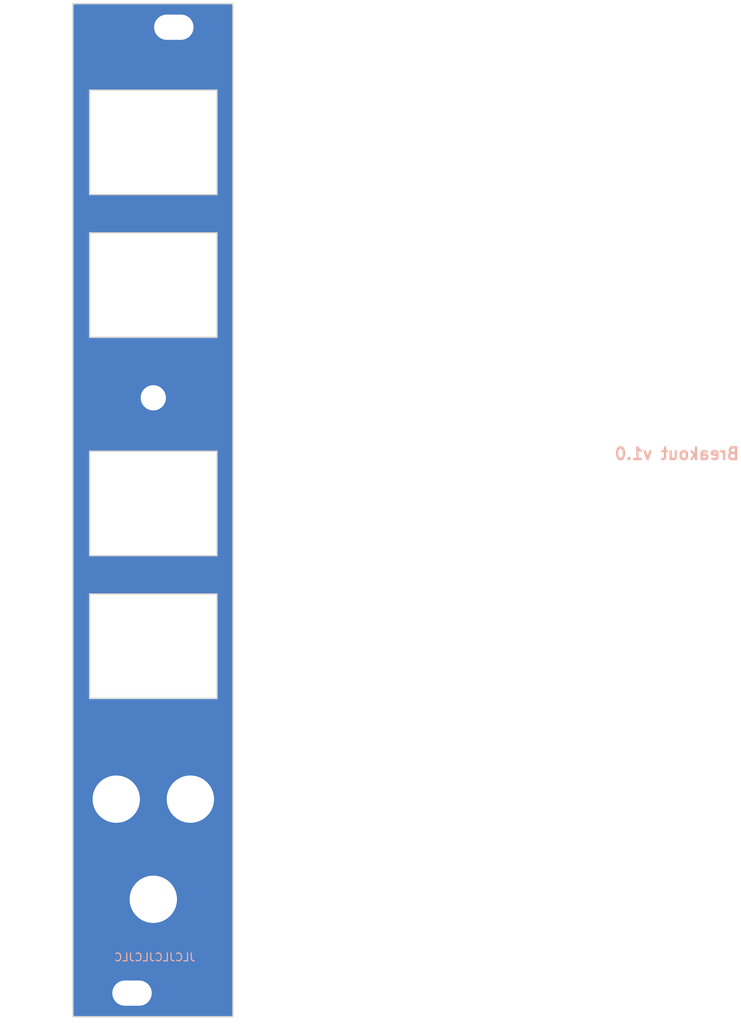
<source format=kicad_pcb>
(kicad_pcb (version 20221018) (generator pcbnew)
  (layers (0 "F.Cu" signal) (31 "B.Cu" signal) (34 "B.Paste" user) (35 "F.Paste" user) (36 "B.SilkS" user "B.Silkscreen") (37 "F.SilkS" user "F.Silkscreen") (38 "B.Mask" user) (39 "F.Mask" user) (44 "Edge.Cuts" user))
  (net 0 "")
  (footprint "kibuzzard-649866EF" (layer "F.Cu") (at 64.1 134.5)
    (fp_text reference "kibuzzard-649866EF" hide)
    (fp_text value "G***" hide)
  )
  (footprint "kibuzzard-649866DB" (layer "F.Cu") (at 54.7 134.5)
    (fp_text reference "kibuzzard-649866DB" hide)
    (fp_text value "G***" hide)
  )
  (footprint "Custom_Footprints:Thonkiconn_Socket_MountingHole_6mm" (layer "F.Cu") (at 59.4 154.5 180)
    (fp_text reference "Ref**" hide)
    (fp_text value "Thonkiconn_Socket_MountingHole_6mm")
    (pad "" np_thru_hole circle (at 0 0 180) (size 6 6) (drill 6) (layers "*.Cu" "*.Mask"))
  )
  (footprint "Custom_Footprints:Thonkiconn_Socket_MountingHole_6mm" (layer "F.Cu") (at 54.7 141.8 180)
    (fp_text reference "Ref**" hide)
    (fp_text value "Thonkiconn_Socket_MountingHole_6mm")
    (pad "" np_thru_hole circle (at 0 0 180) (size 6 6) (drill 6) (layers "*.Cu" "*.Mask"))
  )
  (footprint "Custom_Footprints:Oval_Mounting_Hole" (layer "F.Cu") (at 62 43.9)
    (fp_text reference "Ref**" hide)
    (fp_text value "Oval_Mounting_Hole" hide)
    (pad "" np_thru_hole oval (at 0 0) (size 5 3.2) (drill oval 5 3.2) (layers "*.Cu" "*.Mask"))
  )
  (footprint "Custom_Footprints:RJ45_Amphenol_RJHSE-3080_Mounting_Hole" (layer "F.Cu") (at 59.4 104.3)
    (fp_text reference "REF**" hide)
    (fp_text value "RJ45_Amphenol_RJHSE-3080_Mounting_Hole" hide)
    (fp_rect (start -8.065 -6.605) (end 8.065 6.605) (stroke (width 0.12)) (fill none) (layer "Edge.Cuts"))
  )
  (footprint "kibuzzard-64985CD8" (layer "F.Cu") (at 53.5 67)
    (fp_text reference "kibuzzard-64985CD8" hide)
    (fp_text value "G***" hide)
  )
  (footprint "Custom_Footprints:RJ45_Amphenol_RJHSE-3080_Mounting_Hole" (layer "F.Cu") (at 59.4 76.6 180)
    (fp_text reference "REF**" hide)
    (fp_text value "RJ45_Amphenol_RJHSE-3080_Mounting_Hole" hide)
    (fp_rect (start -8.065 -6.605) (end 8.065 6.605) (stroke (width 0.12)) (fill none) (layer "Edge.Cuts"))
  )
  (footprint "Custom_Footprints:RJ45_Amphenol_RJHSE-3080_Mounting_Hole" (layer "F.Cu") (at 59.4 122.4 180)
    (fp_text reference "REF**" hide)
    (fp_text value "RJ45_Amphenol_RJHSE-3080_Mounting_Hole" hide)
    (fp_rect (start -8.065 -6.605) (end 8.065 6.605) (stroke (width 0.12)) (fill none) (layer "Edge.Cuts"))
  )
  (footprint "Custom_Footprints:Thonkiconn_Socket_MountingHole_6mm" (layer "F.Cu") (at 64.1 141.8 180)
    (fp_text reference "Ref**" hide)
    (fp_text value "Thonkiconn_Socket_MountingHole_6mm")
    (pad "" np_thru_hole circle (at 0 0 180) (size 6 6) (drill 6) (layers "*.Cu" "*.Mask"))
  )
  (footprint "kibuzzard-649866B8" (layer "F.Cu") (at 59.4 162.1)
    (fp_text reference "kibuzzard-649866B8" hide)
    (fp_text value "G***" hide)
  )
  (footprint "Custom_Footprints:RJ45_Amphenol_RJHSE-3080_Mounting_Hole" (layer "F.Cu") (at 59.4 58.5)
    (fp_text reference "REF**" hide)
    (fp_text value "RJ45_Amphenol_RJHSE-3080_Mounting_Hole" hide)
    (fp_rect (start -8.065 -6.605) (end 8.065 6.605) (stroke (width 0.12)) (fill none) (layer "Edge.Cuts"))
  )
  (footprint "kibuzzard-64985CE4" (layer "F.Cu") (at 65.5 68.1)
    (fp_text reference "kibuzzard-64985CE4" hide)
    (fp_text value "G***" hide)
  )
  (footprint "kibuzzard-64985CE4" (layer "F.Cu") (at 65.5 114)
    (fp_text reference "kibuzzard-64985CE4" hide)
    (fp_text value "G***" hide)
  )
  (footprint "MountingHole:MountingHole_3.2mm_M3_ISO14580" (layer "F.Cu") (at 59.4 90.9)
    (fp_text reference "H1" hide)
    (fp_text value "MountingHole")
    (pad "" np_thru_hole circle (at 0 0) (size 3.2 3.2) (drill 3.2) (layers "F&B.Cu" "*.Mask"))
  )
  (footprint "kibuzzard-649869A1" (layer "F.Cu") (at 52.8 87.9 90)
    (fp_text reference "kibuzzard-649869A1" hide)
    (fp_text value "G***" hide)
  )
  (footprint "kibuzzard-64985CD8" (layer "F.Cu") (at 53.5 112.7)
    (fp_text reference "kibuzzard-64985CD8" hide)
    (fp_text value "G***" hide)
  )
  (footprint "Custom_Footprints:Oval_Mounting_Hole" (layer "F.Cu") (at 56.7 166.4)
    (fp_text reference "Ref**" hide)
    (fp_text value "Oval_Mounting_Hole" hide)
    (pad "" np_thru_hole oval (at 0 0) (size 5 3.2) (drill oval 5 3.2) (layers "*.Cu" "*.Mask"))
  )
  (footprint "kibuzzard-649869D7" (layer "F.Cu") (at 65.9 91.4 90)
    (fp_text reference "kibuzzard-649869D7" hide)
    (fp_text value "G***" hide)
  )
  (gr_rect locked (start 49.2 40.9) (end 69.5 169.4) (stroke (width 0.15)) (fill none) (layer "Edge.Cuts"))
  (gr_text "Breakout v1.0" (at 125.8 98) (layer "B.SilkS") (effects (font (size 1.5 1.5) (thickness 0.3)) (justify mirror)))
  (gr_text "JLCJLCJLCJLC" (at 59.6 161.85) (layer "B.SilkS") (effects (font (size 1 1)) (justify mirror)))
  (zone (net 0) (net_name "") (layers "F&B.Cu") (connect_pads (clearance 0.508)) (min_thickness 0.254) (fill yes (thermal_gap 0.508) (thermal_bridge_width 0.508))
    (polygon (pts (xy 48.3 40.45) (xy 70.5 40.45) (xy 70.5 170.3) (xy 48.3 170.3)))
  )
)
</source>
